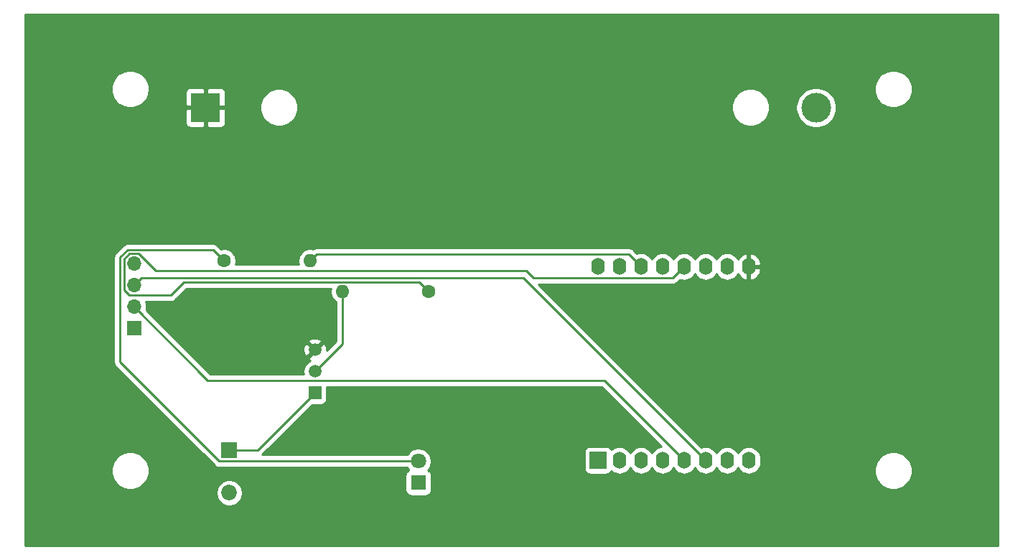
<source format=gbr>
%TF.GenerationSoftware,KiCad,Pcbnew,(5.1.10-1-10_14)*%
%TF.CreationDate,2021-11-27T08:47:14+01:00*%
%TF.ProjectId,Distance_Measurement_V2,44697374-616e-4636-955f-4d6561737572,Version 2 Rev. 01*%
%TF.SameCoordinates,Original*%
%TF.FileFunction,Copper,L1,Top*%
%TF.FilePolarity,Positive*%
%FSLAX46Y46*%
G04 Gerber Fmt 4.6, Leading zero omitted, Abs format (unit mm)*
G04 Created by KiCad (PCBNEW (5.1.10-1-10_14)) date 2021-11-27 08:47:14*
%MOMM*%
%LPD*%
G01*
G04 APERTURE LIST*
%TA.AperFunction,ComponentPad*%
%ADD10C,1.850000*%
%TD*%
%TA.AperFunction,ComponentPad*%
%ADD11R,1.850000X1.850000*%
%TD*%
%TA.AperFunction,ComponentPad*%
%ADD12R,3.500000X3.500000*%
%TD*%
%TA.AperFunction,ComponentPad*%
%ADD13C,3.500000*%
%TD*%
%TA.AperFunction,ComponentPad*%
%ADD14O,1.600000X2.000000*%
%TD*%
%TA.AperFunction,ComponentPad*%
%ADD15R,2.000000X2.000000*%
%TD*%
%TA.AperFunction,ComponentPad*%
%ADD16O,1.600000X1.600000*%
%TD*%
%TA.AperFunction,ComponentPad*%
%ADD17C,1.600000*%
%TD*%
%TA.AperFunction,ComponentPad*%
%ADD18R,1.500000X1.500000*%
%TD*%
%TA.AperFunction,ComponentPad*%
%ADD19C,1.500000*%
%TD*%
%TA.AperFunction,ComponentPad*%
%ADD20C,1.800000*%
%TD*%
%TA.AperFunction,ComponentPad*%
%ADD21R,1.800000X1.800000*%
%TD*%
%TA.AperFunction,ComponentPad*%
%ADD22O,1.700000X1.700000*%
%TD*%
%TA.AperFunction,ComponentPad*%
%ADD23R,1.700000X1.700000*%
%TD*%
%TA.AperFunction,Conductor*%
%ADD24C,0.250000*%
%TD*%
%TA.AperFunction,Conductor*%
%ADD25C,0.254000*%
%TD*%
%TA.AperFunction,Conductor*%
%ADD26C,0.100000*%
%TD*%
G04 APERTURE END LIST*
D10*
%TO.P,LS1,2*%
%TO.N,GND*%
X116128800Y-123414800D03*
D11*
%TO.P,LS1,1*%
%TO.N,Net-(LS1-Pad1)*%
X116128800Y-118414800D03*
%TD*%
D12*
%TO.P,BT1,1*%
%TO.N,+5V*%
X113334800Y-77978000D03*
D13*
%TO.P,BT1,2*%
%TO.N,GND*%
X185334800Y-77978000D03*
%TD*%
D14*
%TO.P,U1,16*%
%TO.N,N/C*%
X159613600Y-96723200D03*
%TO.P,U1,15*%
X162153600Y-96723200D03*
%TO.P,U1,14*%
%TO.N,Net-(R1-Pad2)*%
X164693600Y-96723200D03*
%TO.P,U1,13*%
%TO.N,N/C*%
X167233600Y-96723200D03*
%TO.P,U1,12*%
%TO.N,Net-(R2-Pad1)*%
X169773600Y-96723200D03*
%TO.P,U1,11*%
%TO.N,N/C*%
X172313600Y-96723200D03*
%TO.P,U1,10*%
%TO.N,GND*%
X174853600Y-96723200D03*
%TO.P,U1,9*%
%TO.N,+5V*%
X177393600Y-96723200D03*
%TO.P,U1,8*%
%TO.N,N/C*%
X177393600Y-119583200D03*
%TO.P,U1,7*%
X174853600Y-119583200D03*
%TO.P,U1,6*%
%TO.N,Net-(J1-Pad3)*%
X172313600Y-119583200D03*
%TO.P,U1,5*%
%TO.N,Net-(J1-Pad2)*%
X169773600Y-119583200D03*
%TO.P,U1,4*%
%TO.N,N/C*%
X167233600Y-119583200D03*
%TO.P,U1,3*%
X164693600Y-119583200D03*
D15*
%TO.P,U1,1*%
X159613600Y-119583200D03*
D14*
%TO.P,U1,2*%
X162153600Y-119583200D03*
%TD*%
D16*
%TO.P,R2,2*%
%TO.N,Net-(Q1-Pad2)*%
X129489200Y-99669600D03*
D17*
%TO.P,R2,1*%
%TO.N,Net-(R2-Pad1)*%
X139649200Y-99669600D03*
%TD*%
D18*
%TO.P,Q1,1*%
%TO.N,Net-(LS1-Pad1)*%
X126238000Y-111633000D03*
D19*
%TO.P,Q1,3*%
%TO.N,+5V*%
X126238000Y-106553000D03*
%TO.P,Q1,2*%
%TO.N,Net-(Q1-Pad2)*%
X126238000Y-109093000D03*
%TD*%
D20*
%TO.P,D1,2*%
%TO.N,Net-(D1-Pad2)*%
X138430000Y-119684800D03*
D21*
%TO.P,D1,1*%
%TO.N,GND*%
X138430000Y-122224800D03*
%TD*%
D22*
%TO.P,J1,4*%
%TO.N,+5V*%
X104902000Y-96393000D03*
%TO.P,J1,3*%
%TO.N,Net-(J1-Pad3)*%
X104902000Y-98933000D03*
%TO.P,J1,2*%
%TO.N,Net-(J1-Pad2)*%
X104902000Y-101473000D03*
D23*
%TO.P,J1,1*%
%TO.N,GND*%
X104902000Y-104013000D03*
%TD*%
D16*
%TO.P,R1,2*%
%TO.N,Net-(R1-Pad2)*%
X125679200Y-96062800D03*
D17*
%TO.P,R1,1*%
%TO.N,Net-(D1-Pad2)*%
X115519200Y-96062800D03*
%TD*%
D24*
%TO.N,Net-(D1-Pad2)*%
X114224389Y-94767989D02*
X115519200Y-96062800D01*
X104151599Y-94767989D02*
X114224389Y-94767989D01*
X103276990Y-95642598D02*
X104151599Y-94767989D01*
X103276990Y-107997992D02*
X103276990Y-95642598D01*
X114963798Y-119684800D02*
X103276990Y-107997992D01*
X138430000Y-119684800D02*
X114963798Y-119684800D01*
%TO.N,Net-(J1-Pad3)*%
X150813401Y-98083001D02*
X172313600Y-119583200D01*
X105751999Y-98083001D02*
X150813401Y-98083001D01*
X104902000Y-98933000D02*
X105751999Y-98083001D01*
%TO.N,Net-(J1-Pad2)*%
X160358401Y-110168001D02*
X169773600Y-119583200D01*
X113597001Y-110168001D02*
X160358401Y-110168001D01*
X104902000Y-101473000D02*
X113597001Y-110168001D01*
%TO.N,Net-(LS1-Pad1)*%
X119456200Y-118414800D02*
X126238000Y-111633000D01*
X116128800Y-118414800D02*
X119456200Y-118414800D01*
%TO.N,Net-(Q1-Pad2)*%
X129489200Y-105841800D02*
X126238000Y-109093000D01*
X129489200Y-99669600D02*
X129489200Y-105841800D01*
%TO.N,Net-(R2-Pad1)*%
X168448590Y-98048210D02*
X169773600Y-96723200D01*
X151173399Y-97187801D02*
X152033808Y-98048210D01*
X107435803Y-97187801D02*
X151173399Y-97187801D01*
X105466001Y-95217999D02*
X107435803Y-97187801D01*
X152033808Y-98048210D02*
X168448590Y-98048210D01*
X103726999Y-95828999D02*
X104337999Y-95217999D01*
X103726999Y-99497001D02*
X103726999Y-95828999D01*
X104337999Y-100108001D02*
X103726999Y-99497001D01*
X109223997Y-100108001D02*
X104337999Y-100108001D01*
X110787399Y-98544599D02*
X109223997Y-100108001D01*
X104337999Y-95217999D02*
X105466001Y-95217999D01*
X138524199Y-98544599D02*
X110787399Y-98544599D01*
X139649200Y-99669600D02*
X138524199Y-98544599D01*
%TO.N,Net-(R1-Pad2)*%
X163233201Y-95262801D02*
X164693600Y-96723200D01*
X126479199Y-95262801D02*
X163233201Y-95262801D01*
X125679200Y-96062800D02*
X126479199Y-95262801D01*
%TD*%
D25*
%TO.N,+5V*%
X206780001Y-129634000D02*
X92100000Y-129634000D01*
X92100000Y-123261153D01*
X114568800Y-123261153D01*
X114568800Y-123568447D01*
X114628750Y-123869835D01*
X114746346Y-124153737D01*
X114917069Y-124409242D01*
X115134358Y-124626531D01*
X115389863Y-124797254D01*
X115673765Y-124914850D01*
X115975153Y-124974800D01*
X116282447Y-124974800D01*
X116583835Y-124914850D01*
X116867737Y-124797254D01*
X117123242Y-124626531D01*
X117340531Y-124409242D01*
X117511254Y-124153737D01*
X117628850Y-123869835D01*
X117688800Y-123568447D01*
X117688800Y-123261153D01*
X117628850Y-122959765D01*
X117511254Y-122675863D01*
X117340531Y-122420358D01*
X117123242Y-122203069D01*
X116867737Y-122032346D01*
X116583835Y-121914750D01*
X116282447Y-121854800D01*
X115975153Y-121854800D01*
X115673765Y-121914750D01*
X115389863Y-122032346D01*
X115134358Y-122203069D01*
X114917069Y-122420358D01*
X114746346Y-122675863D01*
X114628750Y-122959765D01*
X114568800Y-123261153D01*
X92100000Y-123261153D01*
X92100000Y-120573872D01*
X102205000Y-120573872D01*
X102205000Y-121014128D01*
X102290890Y-121445925D01*
X102459369Y-121852669D01*
X102703962Y-122218729D01*
X103015271Y-122530038D01*
X103381331Y-122774631D01*
X103788075Y-122943110D01*
X104219872Y-123029000D01*
X104660128Y-123029000D01*
X105091925Y-122943110D01*
X105498669Y-122774631D01*
X105864729Y-122530038D01*
X106176038Y-122218729D01*
X106420631Y-121852669D01*
X106589110Y-121445925D01*
X106675000Y-121014128D01*
X106675000Y-120573872D01*
X106589110Y-120142075D01*
X106420631Y-119735331D01*
X106176038Y-119369271D01*
X105864729Y-119057962D01*
X105498669Y-118813369D01*
X105091925Y-118644890D01*
X104660128Y-118559000D01*
X104219872Y-118559000D01*
X103788075Y-118644890D01*
X103381331Y-118813369D01*
X103015271Y-119057962D01*
X102703962Y-119369271D01*
X102459369Y-119735331D01*
X102290890Y-120142075D01*
X102205000Y-120573872D01*
X92100000Y-120573872D01*
X92100000Y-95642598D01*
X102513314Y-95642598D01*
X102516991Y-95679930D01*
X102516990Y-107960670D01*
X102513314Y-107997992D01*
X102516990Y-108035314D01*
X102516990Y-108035324D01*
X102527987Y-108146977D01*
X102571444Y-108290238D01*
X102642016Y-108422268D01*
X102681861Y-108470818D01*
X102736989Y-108537993D01*
X102765993Y-108561796D01*
X114400003Y-120195808D01*
X114423797Y-120224801D01*
X114452790Y-120248595D01*
X114452794Y-120248599D01*
X114501714Y-120288746D01*
X114539522Y-120319774D01*
X114671551Y-120390346D01*
X114814812Y-120433803D01*
X114926465Y-120444800D01*
X114926474Y-120444800D01*
X114963797Y-120448476D01*
X115001120Y-120444800D01*
X137091687Y-120444800D01*
X137237688Y-120663305D01*
X137304127Y-120729744D01*
X137285820Y-120735298D01*
X137175506Y-120794263D01*
X137078815Y-120873615D01*
X136999463Y-120970306D01*
X136940498Y-121080620D01*
X136904188Y-121200318D01*
X136891928Y-121324800D01*
X136891928Y-123124800D01*
X136904188Y-123249282D01*
X136940498Y-123368980D01*
X136999463Y-123479294D01*
X137078815Y-123575985D01*
X137175506Y-123655337D01*
X137285820Y-123714302D01*
X137405518Y-123750612D01*
X137530000Y-123762872D01*
X139330000Y-123762872D01*
X139454482Y-123750612D01*
X139574180Y-123714302D01*
X139684494Y-123655337D01*
X139781185Y-123575985D01*
X139860537Y-123479294D01*
X139919502Y-123368980D01*
X139955812Y-123249282D01*
X139968072Y-123124800D01*
X139968072Y-121324800D01*
X139955812Y-121200318D01*
X139919502Y-121080620D01*
X139860537Y-120970306D01*
X139781185Y-120873615D01*
X139684494Y-120794263D01*
X139574180Y-120735298D01*
X139555873Y-120729744D01*
X139622312Y-120663305D01*
X139790299Y-120411895D01*
X139906011Y-120132543D01*
X139965000Y-119835984D01*
X139965000Y-119533616D01*
X139906011Y-119237057D01*
X139790299Y-118957705D01*
X139622312Y-118706295D01*
X139408505Y-118492488D01*
X139157095Y-118324501D01*
X138877743Y-118208789D01*
X138581184Y-118149800D01*
X138278816Y-118149800D01*
X137982257Y-118208789D01*
X137702905Y-118324501D01*
X137451495Y-118492488D01*
X137237688Y-118706295D01*
X137091687Y-118924800D01*
X120021001Y-118924800D01*
X125924730Y-113021072D01*
X126988000Y-113021072D01*
X127112482Y-113008812D01*
X127232180Y-112972502D01*
X127342494Y-112913537D01*
X127439185Y-112834185D01*
X127518537Y-112737494D01*
X127577502Y-112627180D01*
X127613812Y-112507482D01*
X127626072Y-112383000D01*
X127626072Y-110928001D01*
X160043600Y-110928001D01*
X167072703Y-117957104D01*
X166952291Y-117968964D01*
X166681792Y-118051018D01*
X166432499Y-118184268D01*
X166213992Y-118363593D01*
X166034668Y-118582100D01*
X165963600Y-118715058D01*
X165892532Y-118582099D01*
X165713207Y-118363592D01*
X165494700Y-118184268D01*
X165245407Y-118051018D01*
X164974908Y-117968964D01*
X164693600Y-117941257D01*
X164412291Y-117968964D01*
X164141792Y-118051018D01*
X163892499Y-118184268D01*
X163673992Y-118363593D01*
X163494668Y-118582100D01*
X163423600Y-118715058D01*
X163352532Y-118582099D01*
X163173207Y-118363592D01*
X162954700Y-118184268D01*
X162705407Y-118051018D01*
X162434908Y-117968964D01*
X162153600Y-117941257D01*
X161872291Y-117968964D01*
X161601792Y-118051018D01*
X161352499Y-118184268D01*
X161191159Y-118316677D01*
X161144137Y-118228706D01*
X161064785Y-118132015D01*
X160968094Y-118052663D01*
X160857780Y-117993698D01*
X160738082Y-117957388D01*
X160613600Y-117945128D01*
X158613600Y-117945128D01*
X158489118Y-117957388D01*
X158369420Y-117993698D01*
X158259106Y-118052663D01*
X158162415Y-118132015D01*
X158083063Y-118228706D01*
X158024098Y-118339020D01*
X157987788Y-118458718D01*
X157975528Y-118583200D01*
X157975528Y-120583200D01*
X157987788Y-120707682D01*
X158024098Y-120827380D01*
X158083063Y-120937694D01*
X158162415Y-121034385D01*
X158259106Y-121113737D01*
X158369420Y-121172702D01*
X158489118Y-121209012D01*
X158613600Y-121221272D01*
X160613600Y-121221272D01*
X160738082Y-121209012D01*
X160857780Y-121172702D01*
X160968094Y-121113737D01*
X161064785Y-121034385D01*
X161144137Y-120937694D01*
X161191159Y-120849723D01*
X161352500Y-120982132D01*
X161601793Y-121115382D01*
X161872292Y-121197436D01*
X162153600Y-121225143D01*
X162434909Y-121197436D01*
X162705408Y-121115382D01*
X162954701Y-120982132D01*
X163173208Y-120802808D01*
X163352532Y-120584301D01*
X163423600Y-120451342D01*
X163494668Y-120584301D01*
X163673993Y-120802808D01*
X163892500Y-120982132D01*
X164141793Y-121115382D01*
X164412292Y-121197436D01*
X164693600Y-121225143D01*
X164974909Y-121197436D01*
X165245408Y-121115382D01*
X165494701Y-120982132D01*
X165713208Y-120802808D01*
X165892532Y-120584301D01*
X165963600Y-120451342D01*
X166034668Y-120584301D01*
X166213993Y-120802808D01*
X166432500Y-120982132D01*
X166681793Y-121115382D01*
X166952292Y-121197436D01*
X167233600Y-121225143D01*
X167514909Y-121197436D01*
X167785408Y-121115382D01*
X168034701Y-120982132D01*
X168253208Y-120802808D01*
X168432532Y-120584301D01*
X168503600Y-120451342D01*
X168574668Y-120584301D01*
X168753993Y-120802808D01*
X168972500Y-120982132D01*
X169221793Y-121115382D01*
X169492292Y-121197436D01*
X169773600Y-121225143D01*
X170054909Y-121197436D01*
X170325408Y-121115382D01*
X170574701Y-120982132D01*
X170793208Y-120802808D01*
X170972532Y-120584301D01*
X171043600Y-120451342D01*
X171114668Y-120584301D01*
X171293993Y-120802808D01*
X171512500Y-120982132D01*
X171761793Y-121115382D01*
X172032292Y-121197436D01*
X172313600Y-121225143D01*
X172594909Y-121197436D01*
X172865408Y-121115382D01*
X173114701Y-120982132D01*
X173333208Y-120802808D01*
X173512532Y-120584301D01*
X173583600Y-120451342D01*
X173654668Y-120584301D01*
X173833993Y-120802808D01*
X174052500Y-120982132D01*
X174301793Y-121115382D01*
X174572292Y-121197436D01*
X174853600Y-121225143D01*
X175134909Y-121197436D01*
X175405408Y-121115382D01*
X175654701Y-120982132D01*
X175873208Y-120802808D01*
X176052532Y-120584301D01*
X176123600Y-120451342D01*
X176194668Y-120584301D01*
X176373993Y-120802808D01*
X176592500Y-120982132D01*
X176841793Y-121115382D01*
X177112292Y-121197436D01*
X177393600Y-121225143D01*
X177674909Y-121197436D01*
X177945408Y-121115382D01*
X178194701Y-120982132D01*
X178413208Y-120802808D01*
X178592532Y-120584301D01*
X178598106Y-120573872D01*
X192205000Y-120573872D01*
X192205000Y-121014128D01*
X192290890Y-121445925D01*
X192459369Y-121852669D01*
X192703962Y-122218729D01*
X193015271Y-122530038D01*
X193381331Y-122774631D01*
X193788075Y-122943110D01*
X194219872Y-123029000D01*
X194660128Y-123029000D01*
X195091925Y-122943110D01*
X195498669Y-122774631D01*
X195864729Y-122530038D01*
X196176038Y-122218729D01*
X196420631Y-121852669D01*
X196589110Y-121445925D01*
X196675000Y-121014128D01*
X196675000Y-120573872D01*
X196589110Y-120142075D01*
X196420631Y-119735331D01*
X196176038Y-119369271D01*
X195864729Y-119057962D01*
X195498669Y-118813369D01*
X195091925Y-118644890D01*
X194660128Y-118559000D01*
X194219872Y-118559000D01*
X193788075Y-118644890D01*
X193381331Y-118813369D01*
X193015271Y-119057962D01*
X192703962Y-119369271D01*
X192459369Y-119735331D01*
X192290890Y-120142075D01*
X192205000Y-120573872D01*
X178598106Y-120573872D01*
X178725782Y-120335007D01*
X178807836Y-120064508D01*
X178828600Y-119853691D01*
X178828600Y-119312708D01*
X178807836Y-119101891D01*
X178725782Y-118831392D01*
X178592532Y-118582099D01*
X178413207Y-118363592D01*
X178194700Y-118184268D01*
X177945407Y-118051018D01*
X177674908Y-117968964D01*
X177393600Y-117941257D01*
X177112291Y-117968964D01*
X176841792Y-118051018D01*
X176592499Y-118184268D01*
X176373992Y-118363593D01*
X176194668Y-118582100D01*
X176123600Y-118715058D01*
X176052532Y-118582099D01*
X175873207Y-118363592D01*
X175654700Y-118184268D01*
X175405407Y-118051018D01*
X175134908Y-117968964D01*
X174853600Y-117941257D01*
X174572291Y-117968964D01*
X174301792Y-118051018D01*
X174052499Y-118184268D01*
X173833992Y-118363593D01*
X173654668Y-118582100D01*
X173583600Y-118715058D01*
X173512532Y-118582099D01*
X173333207Y-118363592D01*
X173114700Y-118184268D01*
X172865407Y-118051018D01*
X172594908Y-117968964D01*
X172313600Y-117941257D01*
X172032291Y-117968964D01*
X171834243Y-118029041D01*
X152613411Y-98808210D01*
X168411268Y-98808210D01*
X168448590Y-98811886D01*
X168485912Y-98808210D01*
X168485923Y-98808210D01*
X168597576Y-98797213D01*
X168740837Y-98753756D01*
X168872866Y-98683184D01*
X168988591Y-98588211D01*
X169012394Y-98559207D01*
X169294242Y-98277359D01*
X169492292Y-98337436D01*
X169773600Y-98365143D01*
X170054909Y-98337436D01*
X170325408Y-98255382D01*
X170574701Y-98122132D01*
X170793208Y-97942808D01*
X170972532Y-97724301D01*
X171043600Y-97591342D01*
X171114668Y-97724301D01*
X171293993Y-97942808D01*
X171512500Y-98122132D01*
X171761793Y-98255382D01*
X172032292Y-98337436D01*
X172313600Y-98365143D01*
X172594909Y-98337436D01*
X172865408Y-98255382D01*
X173114701Y-98122132D01*
X173333208Y-97942808D01*
X173512532Y-97724301D01*
X173583600Y-97591342D01*
X173654668Y-97724301D01*
X173833993Y-97942808D01*
X174052500Y-98122132D01*
X174301793Y-98255382D01*
X174572292Y-98337436D01*
X174853600Y-98365143D01*
X175134909Y-98337436D01*
X175405408Y-98255382D01*
X175654701Y-98122132D01*
X175873208Y-97942808D01*
X176052532Y-97724301D01*
X176121722Y-97594855D01*
X176129170Y-97612427D01*
X176287927Y-97845862D01*
X176489175Y-98043839D01*
X176725179Y-98198751D01*
X176986870Y-98304644D01*
X177044561Y-98315104D01*
X177266600Y-98193115D01*
X177266600Y-96850200D01*
X177520600Y-96850200D01*
X177520600Y-98193115D01*
X177742639Y-98315104D01*
X177800330Y-98304644D01*
X178062021Y-98198751D01*
X178298025Y-98043839D01*
X178499273Y-97845862D01*
X178658030Y-97612427D01*
X178768196Y-97352506D01*
X178825537Y-97076087D01*
X178673074Y-96850200D01*
X177520600Y-96850200D01*
X177266600Y-96850200D01*
X177246600Y-96850200D01*
X177246600Y-96596200D01*
X177266600Y-96596200D01*
X177266600Y-95253285D01*
X177520600Y-95253285D01*
X177520600Y-96596200D01*
X178673074Y-96596200D01*
X178825537Y-96370313D01*
X178768196Y-96093894D01*
X178658030Y-95833973D01*
X178499273Y-95600538D01*
X178298025Y-95402561D01*
X178062021Y-95247649D01*
X177800330Y-95141756D01*
X177742639Y-95131296D01*
X177520600Y-95253285D01*
X177266600Y-95253285D01*
X177044561Y-95131296D01*
X176986870Y-95141756D01*
X176725179Y-95247649D01*
X176489175Y-95402561D01*
X176287927Y-95600538D01*
X176129170Y-95833973D01*
X176121722Y-95851545D01*
X176052532Y-95722099D01*
X175873207Y-95503592D01*
X175654700Y-95324268D01*
X175405407Y-95191018D01*
X175134908Y-95108964D01*
X174853600Y-95081257D01*
X174572291Y-95108964D01*
X174301792Y-95191018D01*
X174052499Y-95324268D01*
X173833992Y-95503593D01*
X173654668Y-95722100D01*
X173583600Y-95855058D01*
X173512532Y-95722099D01*
X173333207Y-95503592D01*
X173114700Y-95324268D01*
X172865407Y-95191018D01*
X172594908Y-95108964D01*
X172313600Y-95081257D01*
X172032291Y-95108964D01*
X171761792Y-95191018D01*
X171512499Y-95324268D01*
X171293992Y-95503593D01*
X171114668Y-95722100D01*
X171043600Y-95855058D01*
X170972532Y-95722099D01*
X170793207Y-95503592D01*
X170574700Y-95324268D01*
X170325407Y-95191018D01*
X170054908Y-95108964D01*
X169773600Y-95081257D01*
X169492291Y-95108964D01*
X169221792Y-95191018D01*
X168972499Y-95324268D01*
X168753992Y-95503593D01*
X168574668Y-95722100D01*
X168503600Y-95855058D01*
X168432532Y-95722099D01*
X168253207Y-95503592D01*
X168034700Y-95324268D01*
X167785407Y-95191018D01*
X167514908Y-95108964D01*
X167233600Y-95081257D01*
X166952291Y-95108964D01*
X166681792Y-95191018D01*
X166432499Y-95324268D01*
X166213992Y-95503593D01*
X166034668Y-95722100D01*
X165963600Y-95855058D01*
X165892532Y-95722099D01*
X165713207Y-95503592D01*
X165494700Y-95324268D01*
X165245407Y-95191018D01*
X164974908Y-95108964D01*
X164693600Y-95081257D01*
X164412291Y-95108964D01*
X164214242Y-95169041D01*
X163797005Y-94751804D01*
X163773202Y-94722800D01*
X163657477Y-94627827D01*
X163525448Y-94557255D01*
X163382187Y-94513798D01*
X163270534Y-94502801D01*
X163270523Y-94502801D01*
X163233201Y-94499125D01*
X163195879Y-94502801D01*
X126516521Y-94502801D01*
X126479198Y-94499125D01*
X126441875Y-94502801D01*
X126441866Y-94502801D01*
X126330213Y-94513798D01*
X126186952Y-94557255D01*
X126054923Y-94627827D01*
X126054921Y-94627828D01*
X126054922Y-94627828D01*
X126009222Y-94665333D01*
X125820535Y-94627800D01*
X125537865Y-94627800D01*
X125260626Y-94682947D01*
X124999473Y-94791120D01*
X124764441Y-94948163D01*
X124564563Y-95148041D01*
X124407520Y-95383073D01*
X124299347Y-95644226D01*
X124244200Y-95921465D01*
X124244200Y-96204135D01*
X124288691Y-96427801D01*
X116909709Y-96427801D01*
X116954200Y-96204135D01*
X116954200Y-95921465D01*
X116899053Y-95644226D01*
X116790880Y-95383073D01*
X116633837Y-95148041D01*
X116433959Y-94948163D01*
X116198927Y-94791120D01*
X115937774Y-94682947D01*
X115660535Y-94627800D01*
X115377865Y-94627800D01*
X115195314Y-94664112D01*
X114788193Y-94256992D01*
X114764390Y-94227988D01*
X114648665Y-94133015D01*
X114516636Y-94062443D01*
X114373375Y-94018986D01*
X114261722Y-94007989D01*
X114261711Y-94007989D01*
X114224389Y-94004313D01*
X114187067Y-94007989D01*
X104188922Y-94007989D01*
X104151599Y-94004313D01*
X104114276Y-94007989D01*
X104114266Y-94007989D01*
X104002613Y-94018986D01*
X103859352Y-94062443D01*
X103727322Y-94133015D01*
X103643682Y-94201657D01*
X103611598Y-94227988D01*
X103587800Y-94256986D01*
X102765988Y-95078799D01*
X102736990Y-95102597D01*
X102713192Y-95131595D01*
X102713191Y-95131596D01*
X102642016Y-95218322D01*
X102571444Y-95350352D01*
X102527988Y-95493613D01*
X102513314Y-95642598D01*
X92100000Y-95642598D01*
X92100000Y-79728000D01*
X110946728Y-79728000D01*
X110958988Y-79852482D01*
X110995298Y-79972180D01*
X111054263Y-80082494D01*
X111133615Y-80179185D01*
X111230306Y-80258537D01*
X111340620Y-80317502D01*
X111460318Y-80353812D01*
X111584800Y-80366072D01*
X113049050Y-80363000D01*
X113207800Y-80204250D01*
X113207800Y-78105000D01*
X113461800Y-78105000D01*
X113461800Y-80204250D01*
X113620550Y-80363000D01*
X115084800Y-80366072D01*
X115209282Y-80353812D01*
X115328980Y-80317502D01*
X115439294Y-80258537D01*
X115535985Y-80179185D01*
X115615337Y-80082494D01*
X115674302Y-79972180D01*
X115710612Y-79852482D01*
X115722872Y-79728000D01*
X115719800Y-78263750D01*
X115561050Y-78105000D01*
X113461800Y-78105000D01*
X113207800Y-78105000D01*
X111108550Y-78105000D01*
X110949800Y-78263750D01*
X110946728Y-79728000D01*
X92100000Y-79728000D01*
X92100000Y-75573872D01*
X102205000Y-75573872D01*
X102205000Y-76014128D01*
X102290890Y-76445925D01*
X102459369Y-76852669D01*
X102703962Y-77218729D01*
X103015271Y-77530038D01*
X103381331Y-77774631D01*
X103788075Y-77943110D01*
X104219872Y-78029000D01*
X104660128Y-78029000D01*
X105091925Y-77943110D01*
X105498669Y-77774631D01*
X105864729Y-77530038D01*
X106176038Y-77218729D01*
X106420631Y-76852669D01*
X106589110Y-76445925D01*
X106632458Y-76228000D01*
X110946728Y-76228000D01*
X110949800Y-77692250D01*
X111108550Y-77851000D01*
X113207800Y-77851000D01*
X113207800Y-75751750D01*
X113461800Y-75751750D01*
X113461800Y-77851000D01*
X115561050Y-77851000D01*
X115654178Y-77757872D01*
X119744800Y-77757872D01*
X119744800Y-78198128D01*
X119830690Y-78629925D01*
X119999169Y-79036669D01*
X120243762Y-79402729D01*
X120555071Y-79714038D01*
X120921131Y-79958631D01*
X121327875Y-80127110D01*
X121759672Y-80213000D01*
X122199928Y-80213000D01*
X122631725Y-80127110D01*
X123038469Y-79958631D01*
X123404529Y-79714038D01*
X123715838Y-79402729D01*
X123960431Y-79036669D01*
X124128910Y-78629925D01*
X124214800Y-78198128D01*
X124214800Y-77757872D01*
X175354800Y-77757872D01*
X175354800Y-78198128D01*
X175440690Y-78629925D01*
X175609169Y-79036669D01*
X175853762Y-79402729D01*
X176165071Y-79714038D01*
X176531131Y-79958631D01*
X176937875Y-80127110D01*
X177369672Y-80213000D01*
X177809928Y-80213000D01*
X178241725Y-80127110D01*
X178648469Y-79958631D01*
X179014529Y-79714038D01*
X179325838Y-79402729D01*
X179570431Y-79036669D01*
X179738910Y-78629925D01*
X179824800Y-78198128D01*
X179824800Y-77757872D01*
X179821862Y-77743098D01*
X182949800Y-77743098D01*
X182949800Y-78212902D01*
X183041454Y-78673679D01*
X183221240Y-79107721D01*
X183482250Y-79498349D01*
X183814451Y-79830550D01*
X184205079Y-80091560D01*
X184639121Y-80271346D01*
X185099898Y-80363000D01*
X185569702Y-80363000D01*
X186030479Y-80271346D01*
X186464521Y-80091560D01*
X186855149Y-79830550D01*
X187187350Y-79498349D01*
X187448360Y-79107721D01*
X187628146Y-78673679D01*
X187719800Y-78212902D01*
X187719800Y-77743098D01*
X187628146Y-77282321D01*
X187448360Y-76848279D01*
X187187350Y-76457651D01*
X186855149Y-76125450D01*
X186464521Y-75864440D01*
X186030479Y-75684654D01*
X185569702Y-75593000D01*
X185099898Y-75593000D01*
X184639121Y-75684654D01*
X184205079Y-75864440D01*
X183814451Y-76125450D01*
X183482250Y-76457651D01*
X183221240Y-76848279D01*
X183041454Y-77282321D01*
X182949800Y-77743098D01*
X179821862Y-77743098D01*
X179738910Y-77326075D01*
X179570431Y-76919331D01*
X179325838Y-76553271D01*
X179014529Y-76241962D01*
X178648469Y-75997369D01*
X178241725Y-75828890D01*
X177809928Y-75743000D01*
X177369672Y-75743000D01*
X176937875Y-75828890D01*
X176531131Y-75997369D01*
X176165071Y-76241962D01*
X175853762Y-76553271D01*
X175609169Y-76919331D01*
X175440690Y-77326075D01*
X175354800Y-77757872D01*
X124214800Y-77757872D01*
X124128910Y-77326075D01*
X123960431Y-76919331D01*
X123715838Y-76553271D01*
X123404529Y-76241962D01*
X123038469Y-75997369D01*
X122631725Y-75828890D01*
X122199928Y-75743000D01*
X121759672Y-75743000D01*
X121327875Y-75828890D01*
X120921131Y-75997369D01*
X120555071Y-76241962D01*
X120243762Y-76553271D01*
X119999169Y-76919331D01*
X119830690Y-77326075D01*
X119744800Y-77757872D01*
X115654178Y-77757872D01*
X115719800Y-77692250D01*
X115722872Y-76228000D01*
X115710612Y-76103518D01*
X115674302Y-75983820D01*
X115615337Y-75873506D01*
X115535985Y-75776815D01*
X115439294Y-75697463D01*
X115328980Y-75638498D01*
X115209282Y-75602188D01*
X115084800Y-75589928D01*
X113620550Y-75593000D01*
X113461800Y-75751750D01*
X113207800Y-75751750D01*
X113049050Y-75593000D01*
X111584800Y-75589928D01*
X111460318Y-75602188D01*
X111340620Y-75638498D01*
X111230306Y-75697463D01*
X111133615Y-75776815D01*
X111054263Y-75873506D01*
X110995298Y-75983820D01*
X110958988Y-76103518D01*
X110946728Y-76228000D01*
X106632458Y-76228000D01*
X106675000Y-76014128D01*
X106675000Y-75573872D01*
X192205000Y-75573872D01*
X192205000Y-76014128D01*
X192290890Y-76445925D01*
X192459369Y-76852669D01*
X192703962Y-77218729D01*
X193015271Y-77530038D01*
X193381331Y-77774631D01*
X193788075Y-77943110D01*
X194219872Y-78029000D01*
X194660128Y-78029000D01*
X195091925Y-77943110D01*
X195498669Y-77774631D01*
X195864729Y-77530038D01*
X196176038Y-77218729D01*
X196420631Y-76852669D01*
X196589110Y-76445925D01*
X196675000Y-76014128D01*
X196675000Y-75573872D01*
X196589110Y-75142075D01*
X196420631Y-74735331D01*
X196176038Y-74369271D01*
X195864729Y-74057962D01*
X195498669Y-73813369D01*
X195091925Y-73644890D01*
X194660128Y-73559000D01*
X194219872Y-73559000D01*
X193788075Y-73644890D01*
X193381331Y-73813369D01*
X193015271Y-74057962D01*
X192703962Y-74369271D01*
X192459369Y-74735331D01*
X192290890Y-75142075D01*
X192205000Y-75573872D01*
X106675000Y-75573872D01*
X106589110Y-75142075D01*
X106420631Y-74735331D01*
X106176038Y-74369271D01*
X105864729Y-74057962D01*
X105498669Y-73813369D01*
X105091925Y-73644890D01*
X104660128Y-73559000D01*
X104219872Y-73559000D01*
X103788075Y-73644890D01*
X103381331Y-73813369D01*
X103015271Y-74057962D01*
X102703962Y-74369271D01*
X102459369Y-74735331D01*
X102290890Y-75142075D01*
X102205000Y-75573872D01*
X92100000Y-75573872D01*
X92100000Y-66954000D01*
X206780000Y-66954000D01*
X206780001Y-129634000D01*
%TA.AperFunction,Conductor*%
D26*
G36*
X206780001Y-129634000D02*
G01*
X92100000Y-129634000D01*
X92100000Y-123261153D01*
X114568800Y-123261153D01*
X114568800Y-123568447D01*
X114628750Y-123869835D01*
X114746346Y-124153737D01*
X114917069Y-124409242D01*
X115134358Y-124626531D01*
X115389863Y-124797254D01*
X115673765Y-124914850D01*
X115975153Y-124974800D01*
X116282447Y-124974800D01*
X116583835Y-124914850D01*
X116867737Y-124797254D01*
X117123242Y-124626531D01*
X117340531Y-124409242D01*
X117511254Y-124153737D01*
X117628850Y-123869835D01*
X117688800Y-123568447D01*
X117688800Y-123261153D01*
X117628850Y-122959765D01*
X117511254Y-122675863D01*
X117340531Y-122420358D01*
X117123242Y-122203069D01*
X116867737Y-122032346D01*
X116583835Y-121914750D01*
X116282447Y-121854800D01*
X115975153Y-121854800D01*
X115673765Y-121914750D01*
X115389863Y-122032346D01*
X115134358Y-122203069D01*
X114917069Y-122420358D01*
X114746346Y-122675863D01*
X114628750Y-122959765D01*
X114568800Y-123261153D01*
X92100000Y-123261153D01*
X92100000Y-120573872D01*
X102205000Y-120573872D01*
X102205000Y-121014128D01*
X102290890Y-121445925D01*
X102459369Y-121852669D01*
X102703962Y-122218729D01*
X103015271Y-122530038D01*
X103381331Y-122774631D01*
X103788075Y-122943110D01*
X104219872Y-123029000D01*
X104660128Y-123029000D01*
X105091925Y-122943110D01*
X105498669Y-122774631D01*
X105864729Y-122530038D01*
X106176038Y-122218729D01*
X106420631Y-121852669D01*
X106589110Y-121445925D01*
X106675000Y-121014128D01*
X106675000Y-120573872D01*
X106589110Y-120142075D01*
X106420631Y-119735331D01*
X106176038Y-119369271D01*
X105864729Y-119057962D01*
X105498669Y-118813369D01*
X105091925Y-118644890D01*
X104660128Y-118559000D01*
X104219872Y-118559000D01*
X103788075Y-118644890D01*
X103381331Y-118813369D01*
X103015271Y-119057962D01*
X102703962Y-119369271D01*
X102459369Y-119735331D01*
X102290890Y-120142075D01*
X102205000Y-120573872D01*
X92100000Y-120573872D01*
X92100000Y-95642598D01*
X102513314Y-95642598D01*
X102516991Y-95679930D01*
X102516990Y-107960670D01*
X102513314Y-107997992D01*
X102516990Y-108035314D01*
X102516990Y-108035324D01*
X102527987Y-108146977D01*
X102571444Y-108290238D01*
X102642016Y-108422268D01*
X102681861Y-108470818D01*
X102736989Y-108537993D01*
X102765993Y-108561796D01*
X114400003Y-120195808D01*
X114423797Y-120224801D01*
X114452790Y-120248595D01*
X114452794Y-120248599D01*
X114501714Y-120288746D01*
X114539522Y-120319774D01*
X114671551Y-120390346D01*
X114814812Y-120433803D01*
X114926465Y-120444800D01*
X114926474Y-120444800D01*
X114963797Y-120448476D01*
X115001120Y-120444800D01*
X137091687Y-120444800D01*
X137237688Y-120663305D01*
X137304127Y-120729744D01*
X137285820Y-120735298D01*
X137175506Y-120794263D01*
X137078815Y-120873615D01*
X136999463Y-120970306D01*
X136940498Y-121080620D01*
X136904188Y-121200318D01*
X136891928Y-121324800D01*
X136891928Y-123124800D01*
X136904188Y-123249282D01*
X136940498Y-123368980D01*
X136999463Y-123479294D01*
X137078815Y-123575985D01*
X137175506Y-123655337D01*
X137285820Y-123714302D01*
X137405518Y-123750612D01*
X137530000Y-123762872D01*
X139330000Y-123762872D01*
X139454482Y-123750612D01*
X139574180Y-123714302D01*
X139684494Y-123655337D01*
X139781185Y-123575985D01*
X139860537Y-123479294D01*
X139919502Y-123368980D01*
X139955812Y-123249282D01*
X139968072Y-123124800D01*
X139968072Y-121324800D01*
X139955812Y-121200318D01*
X139919502Y-121080620D01*
X139860537Y-120970306D01*
X139781185Y-120873615D01*
X139684494Y-120794263D01*
X139574180Y-120735298D01*
X139555873Y-120729744D01*
X139622312Y-120663305D01*
X139790299Y-120411895D01*
X139906011Y-120132543D01*
X139965000Y-119835984D01*
X139965000Y-119533616D01*
X139906011Y-119237057D01*
X139790299Y-118957705D01*
X139622312Y-118706295D01*
X139408505Y-118492488D01*
X139157095Y-118324501D01*
X138877743Y-118208789D01*
X138581184Y-118149800D01*
X138278816Y-118149800D01*
X137982257Y-118208789D01*
X137702905Y-118324501D01*
X137451495Y-118492488D01*
X137237688Y-118706295D01*
X137091687Y-118924800D01*
X120021001Y-118924800D01*
X125924730Y-113021072D01*
X126988000Y-113021072D01*
X127112482Y-113008812D01*
X127232180Y-112972502D01*
X127342494Y-112913537D01*
X127439185Y-112834185D01*
X127518537Y-112737494D01*
X127577502Y-112627180D01*
X127613812Y-112507482D01*
X127626072Y-112383000D01*
X127626072Y-110928001D01*
X160043600Y-110928001D01*
X167072703Y-117957104D01*
X166952291Y-117968964D01*
X166681792Y-118051018D01*
X166432499Y-118184268D01*
X166213992Y-118363593D01*
X166034668Y-118582100D01*
X165963600Y-118715058D01*
X165892532Y-118582099D01*
X165713207Y-118363592D01*
X165494700Y-118184268D01*
X165245407Y-118051018D01*
X164974908Y-117968964D01*
X164693600Y-117941257D01*
X164412291Y-117968964D01*
X164141792Y-118051018D01*
X163892499Y-118184268D01*
X163673992Y-118363593D01*
X163494668Y-118582100D01*
X163423600Y-118715058D01*
X163352532Y-118582099D01*
X163173207Y-118363592D01*
X162954700Y-118184268D01*
X162705407Y-118051018D01*
X162434908Y-117968964D01*
X162153600Y-117941257D01*
X161872291Y-117968964D01*
X161601792Y-118051018D01*
X161352499Y-118184268D01*
X161191159Y-118316677D01*
X161144137Y-118228706D01*
X161064785Y-118132015D01*
X160968094Y-118052663D01*
X160857780Y-117993698D01*
X160738082Y-117957388D01*
X160613600Y-117945128D01*
X158613600Y-117945128D01*
X158489118Y-117957388D01*
X158369420Y-117993698D01*
X158259106Y-118052663D01*
X158162415Y-118132015D01*
X158083063Y-118228706D01*
X158024098Y-118339020D01*
X157987788Y-118458718D01*
X157975528Y-118583200D01*
X157975528Y-120583200D01*
X157987788Y-120707682D01*
X158024098Y-120827380D01*
X158083063Y-120937694D01*
X158162415Y-121034385D01*
X158259106Y-121113737D01*
X158369420Y-121172702D01*
X158489118Y-121209012D01*
X158613600Y-121221272D01*
X160613600Y-121221272D01*
X160738082Y-121209012D01*
X160857780Y-121172702D01*
X160968094Y-121113737D01*
X161064785Y-121034385D01*
X161144137Y-120937694D01*
X161191159Y-120849723D01*
X161352500Y-120982132D01*
X161601793Y-121115382D01*
X161872292Y-121197436D01*
X162153600Y-121225143D01*
X162434909Y-121197436D01*
X162705408Y-121115382D01*
X162954701Y-120982132D01*
X163173208Y-120802808D01*
X163352532Y-120584301D01*
X163423600Y-120451342D01*
X163494668Y-120584301D01*
X163673993Y-120802808D01*
X163892500Y-120982132D01*
X164141793Y-121115382D01*
X164412292Y-121197436D01*
X164693600Y-121225143D01*
X164974909Y-121197436D01*
X165245408Y-121115382D01*
X165494701Y-120982132D01*
X165713208Y-120802808D01*
X165892532Y-120584301D01*
X165963600Y-120451342D01*
X166034668Y-120584301D01*
X166213993Y-120802808D01*
X166432500Y-120982132D01*
X166681793Y-121115382D01*
X166952292Y-121197436D01*
X167233600Y-121225143D01*
X167514909Y-121197436D01*
X167785408Y-121115382D01*
X168034701Y-120982132D01*
X168253208Y-120802808D01*
X168432532Y-120584301D01*
X168503600Y-120451342D01*
X168574668Y-120584301D01*
X168753993Y-120802808D01*
X168972500Y-120982132D01*
X169221793Y-121115382D01*
X169492292Y-121197436D01*
X169773600Y-121225143D01*
X170054909Y-121197436D01*
X170325408Y-121115382D01*
X170574701Y-120982132D01*
X170793208Y-120802808D01*
X170972532Y-120584301D01*
X171043600Y-120451342D01*
X171114668Y-120584301D01*
X171293993Y-120802808D01*
X171512500Y-120982132D01*
X171761793Y-121115382D01*
X172032292Y-121197436D01*
X172313600Y-121225143D01*
X172594909Y-121197436D01*
X172865408Y-121115382D01*
X173114701Y-120982132D01*
X173333208Y-120802808D01*
X173512532Y-120584301D01*
X173583600Y-120451342D01*
X173654668Y-120584301D01*
X173833993Y-120802808D01*
X174052500Y-120982132D01*
X174301793Y-121115382D01*
X174572292Y-121197436D01*
X174853600Y-121225143D01*
X175134909Y-121197436D01*
X175405408Y-121115382D01*
X175654701Y-120982132D01*
X175873208Y-120802808D01*
X176052532Y-120584301D01*
X176123600Y-120451342D01*
X176194668Y-120584301D01*
X176373993Y-120802808D01*
X176592500Y-120982132D01*
X176841793Y-121115382D01*
X177112292Y-121197436D01*
X177393600Y-121225143D01*
X177674909Y-121197436D01*
X177945408Y-121115382D01*
X178194701Y-120982132D01*
X178413208Y-120802808D01*
X178592532Y-120584301D01*
X178598106Y-120573872D01*
X192205000Y-120573872D01*
X192205000Y-121014128D01*
X192290890Y-121445925D01*
X192459369Y-121852669D01*
X192703962Y-122218729D01*
X193015271Y-122530038D01*
X193381331Y-122774631D01*
X193788075Y-122943110D01*
X194219872Y-123029000D01*
X194660128Y-123029000D01*
X195091925Y-122943110D01*
X195498669Y-122774631D01*
X195864729Y-122530038D01*
X196176038Y-122218729D01*
X196420631Y-121852669D01*
X196589110Y-121445925D01*
X196675000Y-121014128D01*
X196675000Y-120573872D01*
X196589110Y-120142075D01*
X196420631Y-119735331D01*
X196176038Y-119369271D01*
X195864729Y-119057962D01*
X195498669Y-118813369D01*
X195091925Y-118644890D01*
X194660128Y-118559000D01*
X194219872Y-118559000D01*
X193788075Y-118644890D01*
X193381331Y-118813369D01*
X193015271Y-119057962D01*
X192703962Y-119369271D01*
X192459369Y-119735331D01*
X192290890Y-120142075D01*
X192205000Y-120573872D01*
X178598106Y-120573872D01*
X178725782Y-120335007D01*
X178807836Y-120064508D01*
X178828600Y-119853691D01*
X178828600Y-119312708D01*
X178807836Y-119101891D01*
X178725782Y-118831392D01*
X178592532Y-118582099D01*
X178413207Y-118363592D01*
X178194700Y-118184268D01*
X177945407Y-118051018D01*
X177674908Y-117968964D01*
X177393600Y-117941257D01*
X177112291Y-117968964D01*
X176841792Y-118051018D01*
X176592499Y-118184268D01*
X176373992Y-118363593D01*
X176194668Y-118582100D01*
X176123600Y-118715058D01*
X176052532Y-118582099D01*
X175873207Y-118363592D01*
X175654700Y-118184268D01*
X175405407Y-118051018D01*
X175134908Y-117968964D01*
X174853600Y-117941257D01*
X174572291Y-117968964D01*
X174301792Y-118051018D01*
X174052499Y-118184268D01*
X173833992Y-118363593D01*
X173654668Y-118582100D01*
X173583600Y-118715058D01*
X173512532Y-118582099D01*
X173333207Y-118363592D01*
X173114700Y-118184268D01*
X172865407Y-118051018D01*
X172594908Y-117968964D01*
X172313600Y-117941257D01*
X172032291Y-117968964D01*
X171834243Y-118029041D01*
X152613411Y-98808210D01*
X168411268Y-98808210D01*
X168448590Y-98811886D01*
X168485912Y-98808210D01*
X168485923Y-98808210D01*
X168597576Y-98797213D01*
X168740837Y-98753756D01*
X168872866Y-98683184D01*
X168988591Y-98588211D01*
X169012394Y-98559207D01*
X169294242Y-98277359D01*
X169492292Y-98337436D01*
X169773600Y-98365143D01*
X170054909Y-98337436D01*
X170325408Y-98255382D01*
X170574701Y-98122132D01*
X170793208Y-97942808D01*
X170972532Y-97724301D01*
X171043600Y-97591342D01*
X171114668Y-97724301D01*
X171293993Y-97942808D01*
X171512500Y-98122132D01*
X171761793Y-98255382D01*
X172032292Y-98337436D01*
X172313600Y-98365143D01*
X172594909Y-98337436D01*
X172865408Y-98255382D01*
X173114701Y-98122132D01*
X173333208Y-97942808D01*
X173512532Y-97724301D01*
X173583600Y-97591342D01*
X173654668Y-97724301D01*
X173833993Y-97942808D01*
X174052500Y-98122132D01*
X174301793Y-98255382D01*
X174572292Y-98337436D01*
X174853600Y-98365143D01*
X175134909Y-98337436D01*
X175405408Y-98255382D01*
X175654701Y-98122132D01*
X175873208Y-97942808D01*
X176052532Y-97724301D01*
X176121722Y-97594855D01*
X176129170Y-97612427D01*
X176287927Y-97845862D01*
X176489175Y-98043839D01*
X176725179Y-98198751D01*
X176986870Y-98304644D01*
X177044561Y-98315104D01*
X177266600Y-98193115D01*
X177266600Y-96850200D01*
X177520600Y-96850200D01*
X177520600Y-98193115D01*
X177742639Y-98315104D01*
X177800330Y-98304644D01*
X178062021Y-98198751D01*
X178298025Y-98043839D01*
X178499273Y-97845862D01*
X178658030Y-97612427D01*
X178768196Y-97352506D01*
X178825537Y-97076087D01*
X178673074Y-96850200D01*
X177520600Y-96850200D01*
X177266600Y-96850200D01*
X177246600Y-96850200D01*
X177246600Y-96596200D01*
X177266600Y-96596200D01*
X177266600Y-95253285D01*
X177520600Y-95253285D01*
X177520600Y-96596200D01*
X178673074Y-96596200D01*
X178825537Y-96370313D01*
X178768196Y-96093894D01*
X178658030Y-95833973D01*
X178499273Y-95600538D01*
X178298025Y-95402561D01*
X178062021Y-95247649D01*
X177800330Y-95141756D01*
X177742639Y-95131296D01*
X177520600Y-95253285D01*
X177266600Y-95253285D01*
X177044561Y-95131296D01*
X176986870Y-95141756D01*
X176725179Y-95247649D01*
X176489175Y-95402561D01*
X176287927Y-95600538D01*
X176129170Y-95833973D01*
X176121722Y-95851545D01*
X176052532Y-95722099D01*
X175873207Y-95503592D01*
X175654700Y-95324268D01*
X175405407Y-95191018D01*
X175134908Y-95108964D01*
X174853600Y-95081257D01*
X174572291Y-95108964D01*
X174301792Y-95191018D01*
X174052499Y-95324268D01*
X173833992Y-95503593D01*
X173654668Y-95722100D01*
X173583600Y-95855058D01*
X173512532Y-95722099D01*
X173333207Y-95503592D01*
X173114700Y-95324268D01*
X172865407Y-95191018D01*
X172594908Y-95108964D01*
X172313600Y-95081257D01*
X172032291Y-95108964D01*
X171761792Y-95191018D01*
X171512499Y-95324268D01*
X171293992Y-95503593D01*
X171114668Y-95722100D01*
X171043600Y-95855058D01*
X170972532Y-95722099D01*
X170793207Y-95503592D01*
X170574700Y-95324268D01*
X170325407Y-95191018D01*
X170054908Y-95108964D01*
X169773600Y-95081257D01*
X169492291Y-95108964D01*
X169221792Y-95191018D01*
X168972499Y-95324268D01*
X168753992Y-95503593D01*
X168574668Y-95722100D01*
X168503600Y-95855058D01*
X168432532Y-95722099D01*
X168253207Y-95503592D01*
X168034700Y-95324268D01*
X167785407Y-95191018D01*
X167514908Y-95108964D01*
X167233600Y-95081257D01*
X166952291Y-95108964D01*
X166681792Y-95191018D01*
X166432499Y-95324268D01*
X166213992Y-95503593D01*
X166034668Y-95722100D01*
X165963600Y-95855058D01*
X165892532Y-95722099D01*
X165713207Y-95503592D01*
X165494700Y-95324268D01*
X165245407Y-95191018D01*
X164974908Y-95108964D01*
X164693600Y-95081257D01*
X164412291Y-95108964D01*
X164214242Y-95169041D01*
X163797005Y-94751804D01*
X163773202Y-94722800D01*
X163657477Y-94627827D01*
X163525448Y-94557255D01*
X163382187Y-94513798D01*
X163270534Y-94502801D01*
X163270523Y-94502801D01*
X163233201Y-94499125D01*
X163195879Y-94502801D01*
X126516521Y-94502801D01*
X126479198Y-94499125D01*
X126441875Y-94502801D01*
X126441866Y-94502801D01*
X126330213Y-94513798D01*
X126186952Y-94557255D01*
X126054923Y-94627827D01*
X126054921Y-94627828D01*
X126054922Y-94627828D01*
X126009222Y-94665333D01*
X125820535Y-94627800D01*
X125537865Y-94627800D01*
X125260626Y-94682947D01*
X124999473Y-94791120D01*
X124764441Y-94948163D01*
X124564563Y-95148041D01*
X124407520Y-95383073D01*
X124299347Y-95644226D01*
X124244200Y-95921465D01*
X124244200Y-96204135D01*
X124288691Y-96427801D01*
X116909709Y-96427801D01*
X116954200Y-96204135D01*
X116954200Y-95921465D01*
X116899053Y-95644226D01*
X116790880Y-95383073D01*
X116633837Y-95148041D01*
X116433959Y-94948163D01*
X116198927Y-94791120D01*
X115937774Y-94682947D01*
X115660535Y-94627800D01*
X115377865Y-94627800D01*
X115195314Y-94664112D01*
X114788193Y-94256992D01*
X114764390Y-94227988D01*
X114648665Y-94133015D01*
X114516636Y-94062443D01*
X114373375Y-94018986D01*
X114261722Y-94007989D01*
X114261711Y-94007989D01*
X114224389Y-94004313D01*
X114187067Y-94007989D01*
X104188922Y-94007989D01*
X104151599Y-94004313D01*
X104114276Y-94007989D01*
X104114266Y-94007989D01*
X104002613Y-94018986D01*
X103859352Y-94062443D01*
X103727322Y-94133015D01*
X103643682Y-94201657D01*
X103611598Y-94227988D01*
X103587800Y-94256986D01*
X102765988Y-95078799D01*
X102736990Y-95102597D01*
X102713192Y-95131595D01*
X102713191Y-95131596D01*
X102642016Y-95218322D01*
X102571444Y-95350352D01*
X102527988Y-95493613D01*
X102513314Y-95642598D01*
X92100000Y-95642598D01*
X92100000Y-79728000D01*
X110946728Y-79728000D01*
X110958988Y-79852482D01*
X110995298Y-79972180D01*
X111054263Y-80082494D01*
X111133615Y-80179185D01*
X111230306Y-80258537D01*
X111340620Y-80317502D01*
X111460318Y-80353812D01*
X111584800Y-80366072D01*
X113049050Y-80363000D01*
X113207800Y-80204250D01*
X113207800Y-78105000D01*
X113461800Y-78105000D01*
X113461800Y-80204250D01*
X113620550Y-80363000D01*
X115084800Y-80366072D01*
X115209282Y-80353812D01*
X115328980Y-80317502D01*
X115439294Y-80258537D01*
X115535985Y-80179185D01*
X115615337Y-80082494D01*
X115674302Y-79972180D01*
X115710612Y-79852482D01*
X115722872Y-79728000D01*
X115719800Y-78263750D01*
X115561050Y-78105000D01*
X113461800Y-78105000D01*
X113207800Y-78105000D01*
X111108550Y-78105000D01*
X110949800Y-78263750D01*
X110946728Y-79728000D01*
X92100000Y-79728000D01*
X92100000Y-75573872D01*
X102205000Y-75573872D01*
X102205000Y-76014128D01*
X102290890Y-76445925D01*
X102459369Y-76852669D01*
X102703962Y-77218729D01*
X103015271Y-77530038D01*
X103381331Y-77774631D01*
X103788075Y-77943110D01*
X104219872Y-78029000D01*
X104660128Y-78029000D01*
X105091925Y-77943110D01*
X105498669Y-77774631D01*
X105864729Y-77530038D01*
X106176038Y-77218729D01*
X106420631Y-76852669D01*
X106589110Y-76445925D01*
X106632458Y-76228000D01*
X110946728Y-76228000D01*
X110949800Y-77692250D01*
X111108550Y-77851000D01*
X113207800Y-77851000D01*
X113207800Y-75751750D01*
X113461800Y-75751750D01*
X113461800Y-77851000D01*
X115561050Y-77851000D01*
X115654178Y-77757872D01*
X119744800Y-77757872D01*
X119744800Y-78198128D01*
X119830690Y-78629925D01*
X119999169Y-79036669D01*
X120243762Y-79402729D01*
X120555071Y-79714038D01*
X120921131Y-79958631D01*
X121327875Y-80127110D01*
X121759672Y-80213000D01*
X122199928Y-80213000D01*
X122631725Y-80127110D01*
X123038469Y-79958631D01*
X123404529Y-79714038D01*
X123715838Y-79402729D01*
X123960431Y-79036669D01*
X124128910Y-78629925D01*
X124214800Y-78198128D01*
X124214800Y-77757872D01*
X175354800Y-77757872D01*
X175354800Y-78198128D01*
X175440690Y-78629925D01*
X175609169Y-79036669D01*
X175853762Y-79402729D01*
X176165071Y-79714038D01*
X176531131Y-79958631D01*
X176937875Y-80127110D01*
X177369672Y-80213000D01*
X177809928Y-80213000D01*
X178241725Y-80127110D01*
X178648469Y-79958631D01*
X179014529Y-79714038D01*
X179325838Y-79402729D01*
X179570431Y-79036669D01*
X179738910Y-78629925D01*
X179824800Y-78198128D01*
X179824800Y-77757872D01*
X179821862Y-77743098D01*
X182949800Y-77743098D01*
X182949800Y-78212902D01*
X183041454Y-78673679D01*
X183221240Y-79107721D01*
X183482250Y-79498349D01*
X183814451Y-79830550D01*
X184205079Y-80091560D01*
X184639121Y-80271346D01*
X185099898Y-80363000D01*
X185569702Y-80363000D01*
X186030479Y-80271346D01*
X186464521Y-80091560D01*
X186855149Y-79830550D01*
X187187350Y-79498349D01*
X187448360Y-79107721D01*
X187628146Y-78673679D01*
X187719800Y-78212902D01*
X187719800Y-77743098D01*
X187628146Y-77282321D01*
X187448360Y-76848279D01*
X187187350Y-76457651D01*
X186855149Y-76125450D01*
X186464521Y-75864440D01*
X186030479Y-75684654D01*
X185569702Y-75593000D01*
X185099898Y-75593000D01*
X184639121Y-75684654D01*
X184205079Y-75864440D01*
X183814451Y-76125450D01*
X183482250Y-76457651D01*
X183221240Y-76848279D01*
X183041454Y-77282321D01*
X182949800Y-77743098D01*
X179821862Y-77743098D01*
X179738910Y-77326075D01*
X179570431Y-76919331D01*
X179325838Y-76553271D01*
X179014529Y-76241962D01*
X178648469Y-75997369D01*
X178241725Y-75828890D01*
X177809928Y-75743000D01*
X177369672Y-75743000D01*
X176937875Y-75828890D01*
X176531131Y-75997369D01*
X176165071Y-76241962D01*
X175853762Y-76553271D01*
X175609169Y-76919331D01*
X175440690Y-77326075D01*
X175354800Y-77757872D01*
X124214800Y-77757872D01*
X124128910Y-77326075D01*
X123960431Y-76919331D01*
X123715838Y-76553271D01*
X123404529Y-76241962D01*
X123038469Y-75997369D01*
X122631725Y-75828890D01*
X122199928Y-75743000D01*
X121759672Y-75743000D01*
X121327875Y-75828890D01*
X120921131Y-75997369D01*
X120555071Y-76241962D01*
X120243762Y-76553271D01*
X119999169Y-76919331D01*
X119830690Y-77326075D01*
X119744800Y-77757872D01*
X115654178Y-77757872D01*
X115719800Y-77692250D01*
X115722872Y-76228000D01*
X115710612Y-76103518D01*
X115674302Y-75983820D01*
X115615337Y-75873506D01*
X115535985Y-75776815D01*
X115439294Y-75697463D01*
X115328980Y-75638498D01*
X115209282Y-75602188D01*
X115084800Y-75589928D01*
X113620550Y-75593000D01*
X113461800Y-75751750D01*
X113207800Y-75751750D01*
X113049050Y-75593000D01*
X111584800Y-75589928D01*
X111460318Y-75602188D01*
X111340620Y-75638498D01*
X111230306Y-75697463D01*
X111133615Y-75776815D01*
X111054263Y-75873506D01*
X110995298Y-75983820D01*
X110958988Y-76103518D01*
X110946728Y-76228000D01*
X106632458Y-76228000D01*
X106675000Y-76014128D01*
X106675000Y-75573872D01*
X192205000Y-75573872D01*
X192205000Y-76014128D01*
X192290890Y-76445925D01*
X192459369Y-76852669D01*
X192703962Y-77218729D01*
X193015271Y-77530038D01*
X193381331Y-77774631D01*
X193788075Y-77943110D01*
X194219872Y-78029000D01*
X194660128Y-78029000D01*
X195091925Y-77943110D01*
X195498669Y-77774631D01*
X195864729Y-77530038D01*
X196176038Y-77218729D01*
X196420631Y-76852669D01*
X196589110Y-76445925D01*
X196675000Y-76014128D01*
X196675000Y-75573872D01*
X196589110Y-75142075D01*
X196420631Y-74735331D01*
X196176038Y-74369271D01*
X195864729Y-74057962D01*
X195498669Y-73813369D01*
X195091925Y-73644890D01*
X194660128Y-73559000D01*
X194219872Y-73559000D01*
X193788075Y-73644890D01*
X193381331Y-73813369D01*
X193015271Y-74057962D01*
X192703962Y-74369271D01*
X192459369Y-74735331D01*
X192290890Y-75142075D01*
X192205000Y-75573872D01*
X106675000Y-75573872D01*
X106589110Y-75142075D01*
X106420631Y-74735331D01*
X106176038Y-74369271D01*
X105864729Y-74057962D01*
X105498669Y-73813369D01*
X105091925Y-73644890D01*
X104660128Y-73559000D01*
X104219872Y-73559000D01*
X103788075Y-73644890D01*
X103381331Y-73813369D01*
X103015271Y-74057962D01*
X102703962Y-74369271D01*
X102459369Y-74735331D01*
X102290890Y-75142075D01*
X102205000Y-75573872D01*
X92100000Y-75573872D01*
X92100000Y-66954000D01*
X206780000Y-66954000D01*
X206780001Y-129634000D01*
G37*
%TD.AperFunction*%
D25*
X128054200Y-99528265D02*
X128054200Y-99810935D01*
X128109347Y-100088174D01*
X128217520Y-100349327D01*
X128374563Y-100584359D01*
X128574441Y-100784237D01*
X128729200Y-100887644D01*
X128729201Y-105526997D01*
X127620666Y-106635532D01*
X127627812Y-106480508D01*
X127586965Y-106210762D01*
X127494277Y-105954168D01*
X127433860Y-105841137D01*
X127194993Y-105775612D01*
X126417605Y-106553000D01*
X126431748Y-106567143D01*
X126252143Y-106746748D01*
X126238000Y-106732605D01*
X125460612Y-107509993D01*
X125526137Y-107748860D01*
X125684477Y-107823164D01*
X125581957Y-107865629D01*
X125355114Y-108017201D01*
X125162201Y-108210114D01*
X125010629Y-108436957D01*
X124906225Y-108689011D01*
X124853000Y-108956589D01*
X124853000Y-109229411D01*
X124888524Y-109408001D01*
X113911803Y-109408001D01*
X111129294Y-106625492D01*
X124848188Y-106625492D01*
X124889035Y-106895238D01*
X124981723Y-107151832D01*
X125042140Y-107264863D01*
X125281007Y-107330388D01*
X126058395Y-106553000D01*
X125281007Y-105775612D01*
X125042140Y-105841137D01*
X124926240Y-106088116D01*
X124860750Y-106352960D01*
X124848188Y-106625492D01*
X111129294Y-106625492D01*
X110099809Y-105596007D01*
X125460612Y-105596007D01*
X126238000Y-106373395D01*
X127015388Y-105596007D01*
X126949863Y-105357140D01*
X126702884Y-105241240D01*
X126438040Y-105175750D01*
X126165508Y-105163188D01*
X125895762Y-105204035D01*
X125639168Y-105296723D01*
X125526137Y-105357140D01*
X125460612Y-105596007D01*
X110099809Y-105596007D01*
X106343209Y-101839408D01*
X106387000Y-101619260D01*
X106387000Y-101326740D01*
X106329932Y-101039842D01*
X106258753Y-100868001D01*
X109186675Y-100868001D01*
X109223997Y-100871677D01*
X109261319Y-100868001D01*
X109261330Y-100868001D01*
X109372983Y-100857004D01*
X109516244Y-100813547D01*
X109648273Y-100742975D01*
X109763998Y-100648002D01*
X109787801Y-100618998D01*
X111102201Y-99304599D01*
X128098691Y-99304599D01*
X128054200Y-99528265D01*
%TA.AperFunction,Conductor*%
D26*
G36*
X128054200Y-99528265D02*
G01*
X128054200Y-99810935D01*
X128109347Y-100088174D01*
X128217520Y-100349327D01*
X128374563Y-100584359D01*
X128574441Y-100784237D01*
X128729200Y-100887644D01*
X128729201Y-105526997D01*
X127620666Y-106635532D01*
X127627812Y-106480508D01*
X127586965Y-106210762D01*
X127494277Y-105954168D01*
X127433860Y-105841137D01*
X127194993Y-105775612D01*
X126417605Y-106553000D01*
X126431748Y-106567143D01*
X126252143Y-106746748D01*
X126238000Y-106732605D01*
X125460612Y-107509993D01*
X125526137Y-107748860D01*
X125684477Y-107823164D01*
X125581957Y-107865629D01*
X125355114Y-108017201D01*
X125162201Y-108210114D01*
X125010629Y-108436957D01*
X124906225Y-108689011D01*
X124853000Y-108956589D01*
X124853000Y-109229411D01*
X124888524Y-109408001D01*
X113911803Y-109408001D01*
X111129294Y-106625492D01*
X124848188Y-106625492D01*
X124889035Y-106895238D01*
X124981723Y-107151832D01*
X125042140Y-107264863D01*
X125281007Y-107330388D01*
X126058395Y-106553000D01*
X125281007Y-105775612D01*
X125042140Y-105841137D01*
X124926240Y-106088116D01*
X124860750Y-106352960D01*
X124848188Y-106625492D01*
X111129294Y-106625492D01*
X110099809Y-105596007D01*
X125460612Y-105596007D01*
X126238000Y-106373395D01*
X127015388Y-105596007D01*
X126949863Y-105357140D01*
X126702884Y-105241240D01*
X126438040Y-105175750D01*
X126165508Y-105163188D01*
X125895762Y-105204035D01*
X125639168Y-105296723D01*
X125526137Y-105357140D01*
X125460612Y-105596007D01*
X110099809Y-105596007D01*
X106343209Y-101839408D01*
X106387000Y-101619260D01*
X106387000Y-101326740D01*
X106329932Y-101039842D01*
X106258753Y-100868001D01*
X109186675Y-100868001D01*
X109223997Y-100871677D01*
X109261319Y-100868001D01*
X109261330Y-100868001D01*
X109372983Y-100857004D01*
X109516244Y-100813547D01*
X109648273Y-100742975D01*
X109763998Y-100648002D01*
X109787801Y-100618998D01*
X111102201Y-99304599D01*
X128098691Y-99304599D01*
X128054200Y-99528265D01*
G37*
%TD.AperFunction*%
D25*
X105029000Y-96266000D02*
X105049000Y-96266000D01*
X105049000Y-96520000D01*
X105029000Y-96520000D01*
X105029000Y-96540000D01*
X104775000Y-96540000D01*
X104775000Y-96520000D01*
X104755000Y-96520000D01*
X104755000Y-96266000D01*
X104775000Y-96266000D01*
X104775000Y-96246000D01*
X105029000Y-96246000D01*
X105029000Y-96266000D01*
%TA.AperFunction,Conductor*%
D26*
G36*
X105029000Y-96266000D02*
G01*
X105049000Y-96266000D01*
X105049000Y-96520000D01*
X105029000Y-96520000D01*
X105029000Y-96540000D01*
X104775000Y-96540000D01*
X104775000Y-96520000D01*
X104755000Y-96520000D01*
X104755000Y-96266000D01*
X104775000Y-96266000D01*
X104775000Y-96246000D01*
X105029000Y-96246000D01*
X105029000Y-96266000D01*
G37*
%TD.AperFunction*%
%TD*%
M02*

</source>
